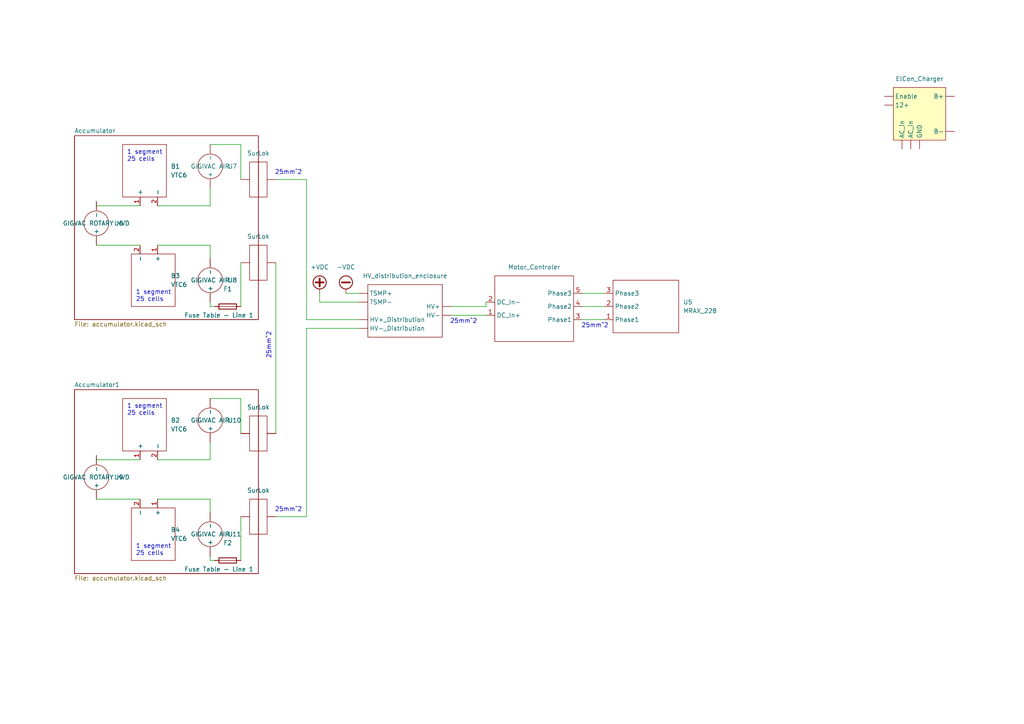
<source format=kicad_sch>
(kicad_sch (version 20230121) (generator eeschema)
  (paper "A4")
  (lib_symbols
    (symbol "AERO:ASMPP30-1X2-KR"
      (property "Value" "ASMPP30-1X2-KR" (at 0 7.62 0))
      (symbol "ASMPP30-1X2-KR_0_1"
        (rectangle (start -2.54 5.08) (end 2.54 -5.08))
        (polyline (pts (xy 0 5.08) (xy 0 -5.08) (xy 0 5.08) (xy 0 -5.08)))
      )
      (symbol "ASMPP30-1X2-KR_1_1"
        (pin power_in line (at -5.08 0 0) (length 2.54) (name "") (number ""))
        (pin power_in line (at 5.08 0 180) (length 2.54) (name "") (number ""))
      )
    )
    (symbol "AERO:ElCon_Charger_1"
      (property "Value" "ElCon_Charger" (at 0 10.16 0))
      (symbol "ElCon_Charger_1_0_1"
        (rectangle (start -7.62 7.62) (end 7.62 -7.62) (fill (type background)))
      )
      (symbol "ElCon_Charger_1_1_1"
        (pin power_out line (at -10.16 2.54 0) (length 2.54) (name "12+") (number ""))
        (pin power_in line (at -5.08 -10.16 90) (length 2.54) (name "AC_in") (number ""))
        (pin power_in line (at -2.54 -10.16 90) (length 2.54) (name "AC_in") (number ""))
        (pin power_out line (at 10.16 5.08 180) (length 2.54) (name "B+") (number ""))
        (pin power_out line (at 10.16 -5.08 180) (length 2.54) (name "B-") (number ""))
        (pin input line (at -10.16 5.08 0) (length 2.54) (name "Enable") (number ""))
        (pin input line (at 0 -10.16 90) (length 2.54) (name "GND") (number ""))
      )
    )
    (symbol "AERO:HVD_R"
      (property "Reference" "U" (at 0 0 0))
      (symbol "HVD_R_0_1"
        (circle (center 0 0) (radius 3.5921))
      )
      (symbol "HVD_R_1_1"
        (pin input line (at 0 -6.35 90) (length 2.54) (name "+") (number ""))
        (pin input line (at 0 6.35 270) (length 2.54) (name "-") (number ""))
      )
    )
    (symbol "AERO:HV_distribution"
      (property "Value" "HV_distribution_enclosure" (at -0.635 8.7606 0))
      (symbol "HV_distribution_0_1"
        (rectangle (start -11.43 7.62) (end 10.16 -7.62) (stroke (width 0.1524)))
      )
      (symbol "HV_distribution_1_1"
        (pin power_in line (at 12.7 1.27 180) (length 2.54) (name "HV+") (number ""))
        (pin power_out line (at -13.97 -2.54 0) (length 2.54) (name "HV+_Distribution") (number ""))
        (pin power_in line (at 12.7 -1.27 180) (length 2.54) (name "HV-") (number ""))
        (pin power_out line (at -13.97 -5.08 0) (length 2.54) (name "HV-_Distribution") (number ""))
        (pin power_out line (at -13.97 5.08 0) (length 2.54) (name "TSMP+") (number ""))
        (pin power_out line (at -13.97 2.54 0) (length 2.54) (name "TSMP-") (number ""))
      )
    )
    (symbol "AERO:MRAX_228"
      (property "Reference" "U" (at 0 0 0))
      (property "Value" "MRAX_228" (at 0 0 0))
      (symbol "MRAX_228_0_1"
        (rectangle (start -8.89 7.62) (end 10.16 -7.62) (stroke (width 0.1524)))
      )
      (symbol "MRAX_228_1_1"
        (pin power_in line (at 12.7 3.81 180) (length 2.54) (name "Phase1") (number "1"))
        (pin power_in line (at 12.7 0 180) (length 2.54) (name "Phase2") (number "2"))
        (pin power_in line (at 12.7 -3.81 180) (length 2.54) (name "Phase3") (number "3"))
      )
    )
    (symbol "AERO:Motor_Controler"
      (property "Value" "Motor_Controler" (at 0 7.62 0))
      (symbol "Motor_Controler_0_1"
        (rectangle (start -11.43 8.89) (end 11.43 -10.16) (stroke (width 0.1524)))
      )
      (symbol "Motor_Controler_1_1"
        (pin power_in line (at 13.97 1.27 180) (length 2.54) (name "DC_In+") (number "1"))
        (pin power_in line (at 13.97 -2.54 180) (length 2.54) (name "DC_In-") (number "2"))
        (pin power_out line (at -13.97 2.54 0) (length 2.54) (name "Phase1") (number "3"))
        (pin power_out line (at -13.97 -1.27 0) (length 2.54) (name "Phase2") (number "4"))
        (pin power_out line (at -13.97 -5.08 0) (length 2.54) (name "Phase3") (number "5"))
      )
    )
    (symbol "AERO:VTC6"
      (property "Reference" "B3" (at 6.35 -1.27 0))
      (property "Value" "VTC6" (at 6.35 -3.81 0))
      (symbol "VTC6_0_1"
        (rectangle (start -5.08 5.08) (end 7.62 -10.16) (stroke (width 0.1524)))
      )
      (symbol "VTC6_1_1"
        (pin power_in line (at 2.54 7.62 270) (length 2.54) (name "+") (number "1"))
        (pin power_out line (at -2.54 7.62 270) (length 2.54) (name "-") (number "2"))
      )
    )
    (symbol "Device:Fuse" (pin_numbers hide) (pin_names (offset 0))
      (property "Reference" "F" (at 2.032 0 90))
      (property "Value" "Fuse" (at -1.905 0 90))
      (symbol "Fuse_0_1"
        (rectangle (start -0.762 -2.54) (end 0.762 2.54) (stroke (width 0.254)))
        (polyline (pts (xy 0 2.54) (xy 0 -2.54)))
      )
      (symbol "Fuse_1_1"
        (pin passive line (at 0 3.81 270) (length 1.27) (name "~") (number "1"))
        (pin passive line (at 0 -3.81 90) (length 1.27) (name "~") (number "2"))
      )
    )
    (symbol "power:+VDC" (power) (pin_names (offset 0))
      (property "Value" "+VDC" (at 0 6.35 0))
      (symbol "+VDC_0_1"
        (polyline (pts (xy -1.143 3.175) (xy 1.143 3.175)) (stroke (width 0.508)))
        (polyline (pts (xy 0 0) (xy 0 1.27)))
        (polyline (pts (xy 0 2.032) (xy 0 4.318)) (stroke (width 0.508)))
        (circle (center 0 3.175) (radius 1.905) (stroke (width 0.254)))
      )
      (symbol "+VDC_1_1"
        (pin power_in line (at 0 0 90) (length 0) hide (name "+VDC") (number "1"))
      )
    )
    (symbol "power:-VDC" (power) (pin_names (offset 0))
      (property "Value" "-VDC" (at 0 6.35 0))
      (symbol "-VDC_0_1"
        (polyline (pts (xy -1.143 3.175) (xy 1.143 3.175)) (stroke (width 0.508)))
        (polyline (pts (xy 0 0) (xy 0 1.27)))
        (circle (center 0 3.175) (radius 1.905) (stroke (width 0.254)))
      )
      (symbol "-VDC_1_1"
        (pin power_in line (at 0 0 90) (length 0) hide (name "-VDC") (number "1"))
      )
    )
  )
  (wire (pts (xy 130.81 91.44) (xy 140.97 91.44)))
  (wire (pts (xy 60.96 71.12) (xy 45.72 71.12)))
  (wire (pts (xy 40.64 59.69) (xy 27.94 59.69)))
  (wire (pts (xy 92.71 87.63) (xy 104.14 87.63)))
  (wire (pts (xy 60.96 161.29) (xy 60.96 162.56)))
  (wire (pts (xy 60.96 144.78) (xy 45.72 144.78)))
  (wire (pts (xy 40.64 144.78) (xy 27.94 144.78)))
  (wire (pts (xy 69.85 149.86) (xy 69.85 162.56)))
  (wire (pts (xy 60.96 162.56) (xy 62.23 162.56)))
  (wire (pts (xy 168.91 85.09) (xy 175.26 85.09)))
  (wire (pts (xy 168.91 92.71) (xy 175.26 92.71)))
  (wire (pts (xy 92.71 85.09) (xy 92.71 87.63)))
  (wire (pts (xy 27.94 133.35) (xy 27.94 132.08)))
  (wire (pts (xy 40.64 133.35) (xy 27.94 133.35)))
  (wire (pts (xy 69.85 115.57) (xy 60.96 115.57)))
  (wire (pts (xy 80.01 76.2) (xy 80.01 125.73)))
  (wire (pts (xy 60.96 87.63) (xy 60.96 88.9)))
  (wire (pts (xy 45.72 59.69) (xy 60.96 59.69)))
  (wire (pts (xy 69.85 125.73) (xy 69.85 115.57)))
  (wire (pts (xy 69.85 76.2) (xy 69.85 88.9)))
  (wire (pts (xy 100.33 85.09) (xy 104.14 85.09)))
  (wire (pts (xy 88.9 95.25) (xy 104.14 95.25)))
  (wire (pts (xy 88.9 52.07) (xy 88.9 92.71)))
  (wire (pts (xy 69.85 52.07) (xy 69.85 41.91)))
  (wire (pts (xy 69.85 41.91) (xy 60.96 41.91)))
  (wire (pts (xy 60.96 74.93) (xy 60.96 71.12)))
  (wire (pts (xy 60.96 148.59) (xy 60.96 144.78)))
  (wire (pts (xy 88.9 95.25) (xy 88.9 149.86)))
  (wire (pts (xy 60.96 59.69) (xy 60.96 54.61)))
  (wire (pts (xy 168.91 88.9) (xy 175.26 88.9)))
  (wire (pts (xy 60.96 133.35) (xy 60.96 128.27)))
  (wire (pts (xy 80.01 149.86) (xy 88.9 149.86)))
  (wire (pts (xy 88.9 92.71) (xy 104.14 92.71)))
  (wire (pts (xy 45.72 133.35) (xy 60.96 133.35)))
  (wire (pts (xy 60.96 88.9) (xy 62.23 88.9)))
  (wire (pts (xy 40.64 71.12) (xy 27.94 71.12)))
  (wire (pts (xy 27.94 59.69) (xy 27.94 58.42)))
  (wire (pts (xy 140.97 88.9) (xy 140.97 87.63)))
  (wire (pts (xy 80.01 52.07) (xy 88.9 52.07)))
  (wire (pts (xy 130.81 88.9) (xy 140.97 88.9)))
  (text "1 segment\n25 cells" (at 36.83 46.99 0) (effects (font (size 1.27 1.27)) (justify left bottom)))
  (text "1 segment\n25 cells" (at 39.37 161.29 0) (effects (font (size 1.27 1.27)) (justify left bottom)))
  (text "25mm^2" (at 78.74 104.14 90) (effects (font (size 1.27 1.27)) (justify left bottom)))
  (text "25mm^2" (at 87.63 50.8 0) (effects (font (size 1.27 1.27)) (justify right bottom)))
  (text "25mm^2" (at 138.43 93.98 0) (effects (font (size 1.27 1.27)) (justify right bottom)))
  (text "25mm^2" (at 87.63 148.59 0) (effects (font (size 1.27 1.27)) (justify right bottom)))
  (text "1 segment\n25 cells" (at 39.37 87.63 0) (effects (font (size 1.27 1.27)) (justify left bottom)))
  (text "1 segment\n25 cells" (at 36.83 120.65 0) (effects (font (size 1.27 1.27)) (justify left bottom)))
  (text "25mm^2" (at 176.53 95.25 0) (effects (font (size 1.27 1.27)) (justify right bottom)))
  (symbol (lib_id "AERO:VTC6") (at 43.18 52.07 180) (unit 1)
    (property "Reference" "B1" (at 49.53 48.26 0) (effects (justify right)))
    (property "Value" "VTC6" (at 49.53 50.8 0) (effects (justify right)))
  )
  (symbol (lib_id "Device:Fuse") (at 66.04 162.56 90) (unit 1)
    (property "Reference" "F2" (at 66.04 157.48 90))
    (property "Value" "Fuse Table - Line 1" (at 63.5 165.1 90))
  )
  (symbol (lib_id "AERO:MRAX_228") (at 187.96 88.9 180) (unit 1)
    (property "Reference" "U5" (at 198.12 87.63 0) (effects (justify right)))
    (property "Value" "MRAX_228" (at 198.12 90.17 0) (effects (justify right)))
  )
  (symbol (lib_id "AERO:HV_distribution") (at 118.11 90.17 0) (unit 1)
    (property "Reference" "U3" (effects hide))
    (property "Value" "HV_distribution_enclosure" (at 117.475 80.01 0))
  )
  (symbol (lib_id "power:+VDC") (at 92.71 85.09 0) (unit 1)
    (property "Reference" "#PWR01" (effects hide))
    (property "Value" "+VDC" (at 92.71 77.47 0))
  )
  (symbol (lib_id "AERO:VTC6") (at 43.18 125.73 180) (unit 1)
    (property "Reference" "B2" (at 49.53 121.92 0) (effects (justify right)))
    (property "Value" "VTC6" (at 49.53 124.46 0) (effects (justify right)))
  )
  (symbol (lib_id "AERO:HVD_R") (at 60.96 121.92 0) (unit 1)
    (property "Reference" "U10" (at 66.04 121.92 0) (effects (justify left)))
    (property "Value" "GIGIVAC AIR" (at 60.96 121.92 0))
  )
  (symbol (lib_id "AERO:ASMPP30-1X2-KR") (at 74.93 76.2 0) (unit 1)
    (property "Reference" "P2" (effects hide))
    (property "Value" "SurLok" (at 74.93 68.58 0))
  )
  (symbol (lib_id "AERO:VTC6") (at 43.18 78.74 0) (unit 1)
    (property "Reference" "B3" (at 49.53 80.01 0) (effects (justify left)))
    (property "Value" "VTC6" (at 49.53 82.55 0) (effects (justify left)))
  )
  (symbol (lib_id "Device:Fuse") (at 66.04 88.9 90) (unit 1)
    (property "Reference" "F1" (at 66.04 83.82 90))
    (property "Value" "Fuse Table - Line 1" (at 63.5 91.44 90))
  )
  (symbol (lib_id "power:-VDC") (at 100.33 85.09 0) (unit 1)
    (property "Reference" "#PWR02" (effects hide))
    (property "Value" "-VDC" (at 100.33 77.47 0))
  )
  (symbol (lib_id "AERO:ASMPP30-1X2-KR") (at 74.93 125.73 0) (unit 1)
    (property "Reference" "P3" (effects hide))
    (property "Value" "SurLok" (at 74.93 118.11 0))
  )
  (symbol (lib_id "AERO:ASMPP30-1X2-KR") (at 74.93 149.86 0) (unit 1)
    (property "Reference" "P4" (effects hide))
    (property "Value" "SurLok" (at 74.93 142.24 0))
  )
  (symbol (lib_id "AERO:ElCon_Charger_1") (at 266.7 33.02 0) (unit 1)
    (property "Reference" "U2" (effects hide))
    (property "Value" "ElCon_Charger" (at 266.7 22.86 0))
  )
  (symbol (lib_id "AERO:HVD_R") (at 60.96 81.28 0) (unit 1)
    (property "Reference" "U8" (at 66.04 81.28 0) (effects (justify left)))
    (property "Value" "GIGIVAC AIR" (at 60.96 81.28 0))
  )
  (symbol (lib_id "AERO:HVD_R") (at 60.96 154.94 0) (unit 1)
    (property "Reference" "U11" (at 66.04 154.94 0) (effects (justify left)))
    (property "Value" "GIGIVAC AIR" (at 60.96 154.94 0))
  )
  (symbol (lib_id "AERO:ASMPP30-1X2-KR") (at 74.93 52.07 0) (unit 1)
    (property "Reference" "P1" (effects hide))
    (property "Value" "SurLok" (at 74.93 44.45 0))
  )
  (symbol (lib_id "AERO:HVD_R") (at 60.96 48.26 0) (unit 1)
    (property "Reference" "U7" (at 66.04 48.26 0) (effects (justify left)))
    (property "Value" "GIGIVAC AIR" (at 60.96 48.26 0))
  )
  (symbol (lib_id "AERO:HVD_R") (at 27.94 138.43 0) (unit 1)
    (property "Reference" "U9" (at 33.02 138.43 0) (effects (justify left)))
    (property "Value" "GIGVAC ROTARY HVD" (at 27.94 138.43 0))
  )
  (symbol (lib_id "AERO:VTC6") (at 43.18 152.4 0) (unit 1)
    (property "Reference" "B4" (at 49.53 153.67 0) (effects (justify left)))
    (property "Value" "VTC6" (at 49.53 156.21 0) (effects (justify left)))
  )
  (symbol (lib_id "AERO:HVD_R") (at 27.94 64.77 0) (unit 1)
    (property "Reference" "U6" (at 33.02 64.77 0) (effects (justify left)))
    (property "Value" "GIGVAC ROTARY HVD" (at 27.94 64.77 0))
  )
  (symbol (lib_id "AERO:Motor_Controler") (at 154.94 90.17 180) (unit 1)
    (property "Reference" "U4" (effects hide))
    (property "Value" "Motor_Controler" (at 154.94 77.47 0))
  )
  (sheet (at 21.59 39.37) (size 53.34 53.34) (stroke (width 0.1524))
    (property "Sheetname" "Accumulator" (at 21.59 38.6584 0) (effects (justify left bottom)))
    (property "Sheetfile" "accumulator.kicad_sch" (at 21.59 93.2946 0) (effects (justify left top)))
  )
  (sheet (at 21.59 113.03) (size 53.34 53.34) (stroke (width 0.1524))
    (property "Sheetname" "Accumulator1" (at 21.59 112.3184 0) (effects (justify left bottom)))
    (property "Sheetfile" "accumulator.kicad_sch" (at 21.59 166.9546 0) (effects (justify left top)))
  )
)
</source>
